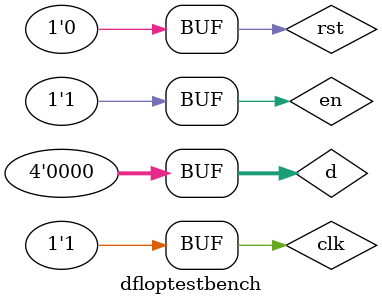
<source format=v>
`timescale 1ns / 1ps


module dfloptestbench();

	// Inputs
	reg clk;
	reg en;
	reg rst;
	reg [3:0] d;

	// Outputs
	wire [3:0] q;

	// Instantiate the Unit Under Test (UUT)
	flopenr uut (
		.clk(clk), 
		.en(en), 
		.rst(rst), 
		.d(d), 
		.q(q)
	);
	// generate clk signal, outside intial begin statement
	always
	 begin
		clk = 0; #5;
		clk = 1; #5;
	 end

	initial begin
		// Initialize Inputs
	
			
		
		en = 1;
		rst = 0;
		
		
		d = 4'b0000; #12;
		d = 4'b0001; #10;
		d = 4'b0010; #10;
		d = 4'b0011; #10;
		d = 4'b1001; #10;
		d = 4'b1101; #10;
		d = 4'b1111; #10;				
		d = 4'b0000; #10;

			

		// Wait 100 ns for global reset to finish
		
        
		// Add stimulus here

	end
      
endmodule


</source>
